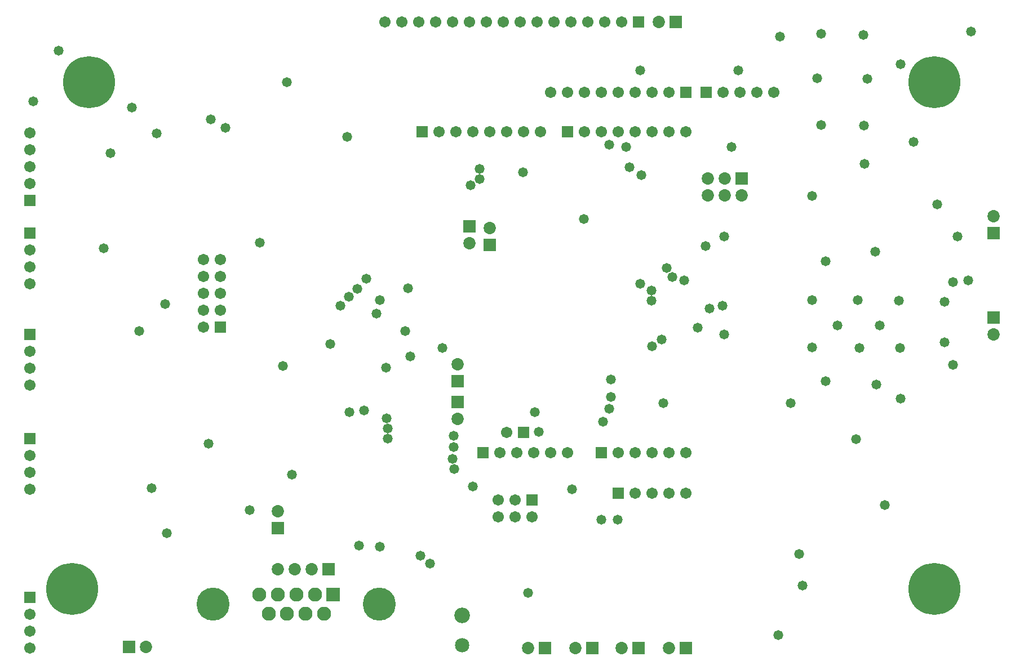
<source format=gbs>
G04 Layer_Color=16711935*
%FSLAX25Y25*%
%MOIN*%
G70*
G01*
G75*
%ADD137C,0.07300*%
%ADD138R,0.07300X0.07300*%
%ADD139C,0.06706*%
%ADD140R,0.06706X0.06706*%
%ADD141R,0.06706X0.06706*%
%ADD142C,0.30800*%
%ADD143R,0.07300X0.07300*%
%ADD144C,0.08300*%
%ADD145R,0.08300X0.08300*%
%ADD146C,0.19540*%
%ADD147C,0.09280*%
%ADD148C,0.08493*%
%ADD149C,0.05800*%
D137*
X416000Y283000D02*
D03*
Y293000D02*
D03*
X426000Y283000D02*
D03*
Y293000D02*
D03*
X436000Y283000D02*
D03*
X393000Y15000D02*
D03*
X365000D02*
D03*
X337500D02*
D03*
X181500Y61500D02*
D03*
X171500D02*
D03*
X161500D02*
D03*
X83500Y15500D02*
D03*
X268000Y150500D02*
D03*
X309500Y15000D02*
D03*
X387000Y385500D02*
D03*
X275000Y254500D02*
D03*
X287000Y263500D02*
D03*
X161500Y96000D02*
D03*
X268000Y183000D02*
D03*
X585000Y270500D02*
D03*
Y200500D02*
D03*
D138*
X436000Y293000D02*
D03*
X403000Y15000D02*
D03*
X375000D02*
D03*
X347500D02*
D03*
X191500Y61500D02*
D03*
X73500Y15500D02*
D03*
X319500Y15000D02*
D03*
X397000Y385500D02*
D03*
D139*
X292000Y92500D02*
D03*
Y102500D02*
D03*
X302000Y92500D02*
D03*
Y102500D02*
D03*
X312000Y92500D02*
D03*
X365000Y385500D02*
D03*
X355000D02*
D03*
X345000D02*
D03*
X335000D02*
D03*
X325000D02*
D03*
X315000D02*
D03*
X305000D02*
D03*
X295000D02*
D03*
X285000D02*
D03*
X275000D02*
D03*
X265000D02*
D03*
X255000D02*
D03*
X245000D02*
D03*
X235000D02*
D03*
X225000D02*
D03*
X383000Y344000D02*
D03*
X373000D02*
D03*
X363000D02*
D03*
X353000D02*
D03*
X343000D02*
D03*
X333000D02*
D03*
X323000D02*
D03*
X393000D02*
D03*
X15000Y15000D02*
D03*
Y25000D02*
D03*
Y35000D02*
D03*
Y320000D02*
D03*
Y310000D02*
D03*
Y300000D02*
D03*
Y290000D02*
D03*
Y109000D02*
D03*
Y119000D02*
D03*
Y129000D02*
D03*
X257000Y320500D02*
D03*
X267000D02*
D03*
X277000D02*
D03*
X287000D02*
D03*
X297000D02*
D03*
X307000D02*
D03*
X317000D02*
D03*
X297000Y142500D02*
D03*
X15000Y170500D02*
D03*
Y180500D02*
D03*
Y190500D02*
D03*
Y230500D02*
D03*
Y240500D02*
D03*
Y250500D02*
D03*
X343000Y320500D02*
D03*
X353000D02*
D03*
X363000D02*
D03*
X373000D02*
D03*
X383000D02*
D03*
X393000D02*
D03*
X403000D02*
D03*
X363000Y130500D02*
D03*
X373000D02*
D03*
X383000D02*
D03*
X393000D02*
D03*
X403000D02*
D03*
X333000D02*
D03*
X323000D02*
D03*
X313000D02*
D03*
X303000D02*
D03*
X293000D02*
D03*
X117500Y205008D02*
D03*
X127500Y215008D02*
D03*
X117500D02*
D03*
X127500Y225008D02*
D03*
X117500D02*
D03*
X127500Y235008D02*
D03*
X117500D02*
D03*
X127500Y245008D02*
D03*
X117500D02*
D03*
X373000Y106500D02*
D03*
X383000D02*
D03*
X393000D02*
D03*
X403000D02*
D03*
X425000Y344000D02*
D03*
X435000D02*
D03*
X445000D02*
D03*
X455000D02*
D03*
D140*
X312000Y102500D02*
D03*
X375000Y385500D02*
D03*
X403000Y344000D02*
D03*
X247000Y320500D02*
D03*
X307000Y142500D02*
D03*
X333000Y320500D02*
D03*
X353000Y130500D02*
D03*
X283000D02*
D03*
X363000Y106500D02*
D03*
X415000Y344000D02*
D03*
D141*
X15000Y45000D02*
D03*
Y280000D02*
D03*
Y139000D02*
D03*
Y200500D02*
D03*
Y260500D02*
D03*
X127500Y205008D02*
D03*
D142*
X40000Y50000D02*
D03*
X50000Y350000D02*
D03*
X550000Y50000D02*
D03*
Y350000D02*
D03*
D143*
X268000Y160500D02*
D03*
X275000Y264500D02*
D03*
X287000Y253500D02*
D03*
X161500Y86000D02*
D03*
X268000Y173000D02*
D03*
X585000Y260500D02*
D03*
Y210500D02*
D03*
D144*
X150689Y46492D02*
D03*
X156142Y35311D02*
D03*
X161594Y46492D02*
D03*
X167047Y35311D02*
D03*
X172500Y46492D02*
D03*
X177953Y35311D02*
D03*
X183405Y46492D02*
D03*
X188858Y35311D02*
D03*
D145*
X194311Y46492D02*
D03*
D146*
X221693Y40902D02*
D03*
X123307D02*
D03*
D147*
X270500Y34216D02*
D03*
D148*
Y16500D02*
D03*
D149*
X472000Y52000D02*
D03*
X520405Y99598D02*
D03*
X477500Y282500D02*
D03*
X505500Y192500D02*
D03*
X504500Y221000D02*
D03*
X492500Y206000D02*
D03*
X517500D02*
D03*
X529500Y192500D02*
D03*
X529000Y220500D02*
D03*
X477500Y193000D02*
D03*
Y221000D02*
D03*
X561000Y182500D02*
D03*
Y231500D02*
D03*
X570000Y232500D02*
D03*
X376500Y295000D02*
D03*
X342500Y269000D02*
D03*
X251500Y65000D02*
D03*
X246000Y69500D02*
D03*
X530000Y360500D02*
D03*
X309500Y47500D02*
D03*
X508500Y301500D02*
D03*
X483000Y324500D02*
D03*
X508177Y324177D02*
D03*
X537500Y314500D02*
D03*
X457500Y22500D02*
D03*
X220000Y213000D02*
D03*
X222000Y221000D02*
D03*
X238500Y228000D02*
D03*
X259000Y192500D02*
D03*
X266000Y121000D02*
D03*
X265000Y127000D02*
D03*
X313500Y154500D02*
D03*
X316000Y143000D02*
D03*
X335500Y109000D02*
D03*
X265500Y134000D02*
D03*
X277000Y110500D02*
D03*
X265500Y140500D02*
D03*
X226500Y139000D02*
D03*
Y145000D02*
D03*
X357500Y156500D02*
D03*
X275500Y289000D02*
D03*
X281000Y298500D02*
D03*
Y292500D02*
D03*
X369500Y299500D02*
D03*
X145000Y96500D02*
D03*
X470000Y70500D02*
D03*
X32000Y368500D02*
D03*
X122000Y328000D02*
D03*
X353000Y91000D02*
D03*
X362500D02*
D03*
X17000Y338500D02*
D03*
X551500Y277500D02*
D03*
X458677Y377000D02*
D03*
X202500Y317500D02*
D03*
X358500Y163500D02*
D03*
X395000Y234500D02*
D03*
X391500Y240000D02*
D03*
X382500Y220500D02*
D03*
X402000Y232500D02*
D03*
X95000Y218500D02*
D03*
X240000Y187500D02*
D03*
X226000Y151000D02*
D03*
X222000Y75000D02*
D03*
X209500Y75500D02*
D03*
X389500Y160000D02*
D03*
X376000Y357000D02*
D03*
X79500Y202500D02*
D03*
X508000Y378000D02*
D03*
X75276Y334921D02*
D03*
X130500Y323000D02*
D03*
X62500Y308000D02*
D03*
X480677Y352252D02*
D03*
X510177Y351752D02*
D03*
X58429Y251571D02*
D03*
X483000Y378500D02*
D03*
X515500Y171000D02*
D03*
X430000Y311500D02*
D03*
X382500Y226500D02*
D03*
X376000Y230500D02*
D03*
X417000Y216000D02*
D03*
X358500Y174000D02*
D03*
X410000Y204500D02*
D03*
X425500Y200500D02*
D03*
X414500Y253000D02*
D03*
X424500Y217500D02*
D03*
X367453Y311453D02*
D03*
X465000Y160000D02*
D03*
X151000Y255008D02*
D03*
X90000Y319500D02*
D03*
X530000Y162500D02*
D03*
X503500Y138500D02*
D03*
X170000Y117500D02*
D03*
X388500Y197500D02*
D03*
X383000Y193500D02*
D03*
X204000Y154500D02*
D03*
X212500Y155500D02*
D03*
X164500Y182000D02*
D03*
X198500Y217500D02*
D03*
X208500Y227500D02*
D03*
X225500Y181000D02*
D03*
X192500Y195000D02*
D03*
X167000Y350000D02*
D03*
X237000Y202500D02*
D03*
X306500Y296500D02*
D03*
X556000Y196000D02*
D03*
Y220000D02*
D03*
X354000Y149000D02*
D03*
X96000Y83000D02*
D03*
X214000Y233500D02*
D03*
X120500Y136000D02*
D03*
X87000Y109500D02*
D03*
X571500Y380000D02*
D03*
X357500Y313000D02*
D03*
X485500Y244000D02*
D03*
Y173000D02*
D03*
X515000Y249500D02*
D03*
X563500Y258500D02*
D03*
X434000Y357000D02*
D03*
X425500Y258500D02*
D03*
X203500Y223000D02*
D03*
M02*

</source>
